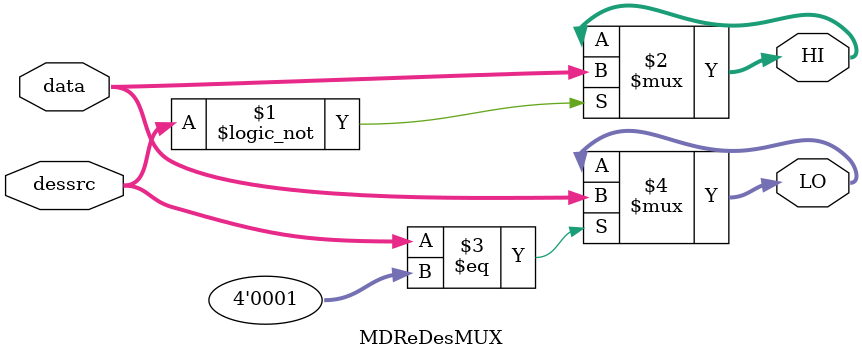
<source format=v>
`timescale 1ns / 1ps
module ALUSrcMux(
	input wire [31:0] RData1,
	input wire [31:0] RData2,
	input wire [31:0] imm32,
	input wire ALUSrc1,
	input wire ALUSrc2,
	input wire [3:0] ALUSrc_RData1,
	input wire [3:0] ALUSrc_RData2,
	input wire [31:0] EX_MEM_ALUResult,
	input wire [31:0] MEM_WB_regWriteMux,
	output wire [31:0] Out1,
	output wire [31:0] Out2
	);
	assign Out1 = ALUSrc1 == 1 ? imm32 :
				  ALUSrc_RData1 == 1 ? EX_MEM_ALUResult :
				  ALUSrc_RData1 == 2 ? MEM_WB_regWriteMux :
				  RData1; 
	//必须保证先判断ALUSrc，因为可能并不需要转发过来的数据			  
	assign Out2 = ALUSrc2 == 1 ? imm32 :
				  (ALUSrc_RData2 == 1 ? EX_MEM_ALUResult :
				  ALUSrc_RData2 == 2 ? MEM_WB_regWriteMux :
				  RData2);
endmodule

module regWriteMux(
	input wire [31:0] PC,
	input wire [31:0] ALUResult,
	input wire [31:0] Data,
	input wire PCToReg,
	input wire MemToReg,
	output wire [31:0] Out
	);
	//assign Out = MemToReg == 1 ? Data :
	//			 PCToReg == 1 ? PC + 8 : ALUResult;
	assign Out = MemToReg == 1 ? Data : ALUResult;
endmodule
	
module PCSrcMux(
	input wire Cmp,
	input wire RsToPC,
	input wire J_imm26,
	input wire [31:0] Adder,
	input wire [31:0] NAdder,
	input wire [31:0] Shifter,
	input wire [31:0] RData1,
	input wire [3:0] PCSrc_RsToPC,
	input wire [31:0] ID_EX_PC,
	input wire [31:0] EX_MEM_ALUResult,
	input wire [31:0] MEM_WB_regWriteMux,
	output wire [31:0] Out
    );
	//括号内是RsToPC的转发机制
	assign Out = RsToPC == 1 ? (PCSrc_RsToPC == 1 ? EX_MEM_ALUResult :
				 PCSrc_RsToPC == 2 ? MEM_WB_regWriteMux : 
				 PCSrc_RsToPC == 3 ? ID_EX_PC + 8 :RData1) :
				 J_imm26 == 1 ? Shifter :
				 Cmp ? NAdder :
				 Adder;
endmodule

module CMPSrcMux(
	input wire [31:0] RData1,
	input wire [31:0] RData2,
	input wire [31:0] ID_EX_PC,
	input wire [31:0] EX_MEM_ALUResult,
	input wire [31:0] MEM_WB_regWriteMux,
	input wire [3:0] CMPSrc_rs,
	input wire [3:0] CMPSrc_rt,
	output wire [31:0] Out_rs,
	output wire [31:0] Out_rt
);
	//因为CMP模块没有别的控制信号，也就是说没有别的指令会使用，因此可以直接用转发信号控制
	assign Out_rs = CMPSrc_rs == 1 ? EX_MEM_ALUResult :
					CMPSrc_rs == 2 ? MEM_WB_regWriteMux :
					CMPSrc_rs == 3 ? ID_EX_PC + 8 :
					RData1;
	assign Out_rt = CMPSrc_rt == 1 ? EX_MEM_ALUResult :
					CMPSrc_rt == 2 ? MEM_WB_regWriteMux :
					CMPSrc_rt == 3 ? ID_EX_PC + 8 :
					RData2;
endmodule

module DMSrcMux(
	input wire [31:0] ID_EX_RData2,
	input wire [31:0] EX_MEM_ALUResult,
	input wire [31:0] MEM_WB_regWriteMux,
	input wire [3:0] DMSrc,
	output wire [31:0] Out
);

	assign Out = DMSrc == 1 ? EX_MEM_ALUResult :
				  DMSrc == 2 ? MEM_WB_regWriteMux :
				  ID_EX_RData2; 
endmodule	

module EX_ALUResultSrcMux(
	input wire [31:0] ALUResult,
	input wire [31:0] LT,
	input wire [31:0] ID_EX_PC,
	input wire [31:0] HI,
	input wire [31:0] LO,
	
	input wire [3:0] EX_ALUResultSrc,
	output wire [31:0] Out
);

	assign Out = EX_ALUResultSrc == 1 ? LT :
				 EX_ALUResultSrc == 2 ? ID_EX_PC + 8:
				 EX_ALUResultSrc == 3 ? HI :
				 EX_ALUResultSrc == 4 ? LO :
				 ALUResult;

endmodule

module MDReDesMUX(
		input wire [3:0] dessrc,
		input wire [31:0] data,
		output wire [31:0] HI, LO);
//    always @(*) begin
//        if(dessrc==3'b000 | dessrc==3'b001)
//            $stop;
//    end
    assign HI = dessrc==4'b0000 ? data:HI;
    assign LO = dessrc==4'b0001 ? data:LO;

endmodule

</source>
